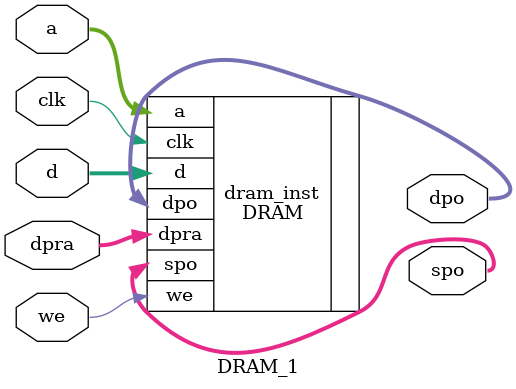
<source format=sv>
`timescale 1ns / 1ps


module DRAM_1(
    input  [5:0] a,
    input  [15:0] d,
    input  [5:0] dpra,
    input  clk,
    input  we,
    output reg  [15:0] spo,
    output reg  [15:0] dpo
    );

DRAM dram_inst(
    .a          (a),
    .d          (d),
    .dpra       (dpra),
    .clk        (clk),
    .we         (we),
    .spo        (spo),
    .dpo        (dpo)
);

endmodule

</source>
